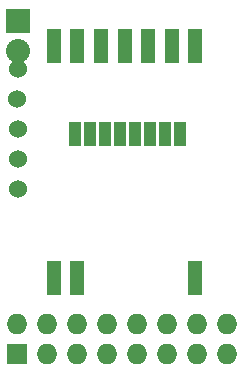
<source format=gbr>
G04 #@! TF.GenerationSoftware,KiCad,Pcbnew,no-vcs-found-7664~57~ubuntu16.10.1*
G04 #@! TF.CreationDate,2017-02-22T20:42:03+01:00*
G04 #@! TF.ProjectId,SensebenderMicro2,53656E736562656E6465724D6963726F,rev?*
G04 #@! TF.FileFunction,Soldermask,Bot*
G04 #@! TF.FilePolarity,Negative*
%FSLAX46Y46*%
G04 Gerber Fmt 4.6, Leading zero omitted, Abs format (unit mm)*
G04 Created by KiCad (PCBNEW no-vcs-found-7664~57~ubuntu16.10.1) date Wed Feb 22 20:42:03 2017*
%MOMM*%
%LPD*%
G01*
G04 APERTURE LIST*
%ADD10C,0.100000*%
%ADD11R,1.200000X3.000000*%
%ADD12C,1.524000*%
%ADD13O,2.032000X2.032000*%
%ADD14R,2.032000X2.032000*%
%ADD15R,1.000000X2.000000*%
%ADD16O,1.727200X1.727200*%
%ADD17R,1.727200X1.727200*%
G04 APERTURE END LIST*
D10*
D11*
X106126800Y-85877400D03*
X104126800Y-85877400D03*
X102126800Y-85877400D03*
X100126800Y-85877400D03*
X98126800Y-85877400D03*
X96126800Y-85877400D03*
X94126800Y-85877400D03*
X94126800Y-105577400D03*
X96126800Y-105577400D03*
X106126800Y-105577400D03*
D12*
X91059000Y-90398600D03*
D13*
X91084400Y-86334600D03*
D14*
X91084400Y-83794600D03*
D15*
X104851200Y-93395800D03*
X103581200Y-93395800D03*
X102311200Y-93395800D03*
X101041200Y-93395800D03*
X99771200Y-93395800D03*
X98501200Y-93395800D03*
X97231200Y-93395800D03*
X95961200Y-93395800D03*
D16*
X108762800Y-109448600D03*
X108762800Y-111988600D03*
X106222800Y-109448600D03*
X106222800Y-111988600D03*
X103682800Y-109448600D03*
X103682800Y-111988600D03*
X101142800Y-109448600D03*
X101142800Y-111988600D03*
D17*
X90982800Y-111988600D03*
D16*
X90982800Y-109448600D03*
X93522800Y-111988600D03*
X93522800Y-109448600D03*
X96062800Y-111988600D03*
X96062800Y-109448600D03*
X98602800Y-111988600D03*
X98602800Y-109448600D03*
D12*
X91084400Y-92938600D03*
X91084400Y-87858600D03*
X91084400Y-95478600D03*
X91084400Y-98018600D03*
M02*

</source>
